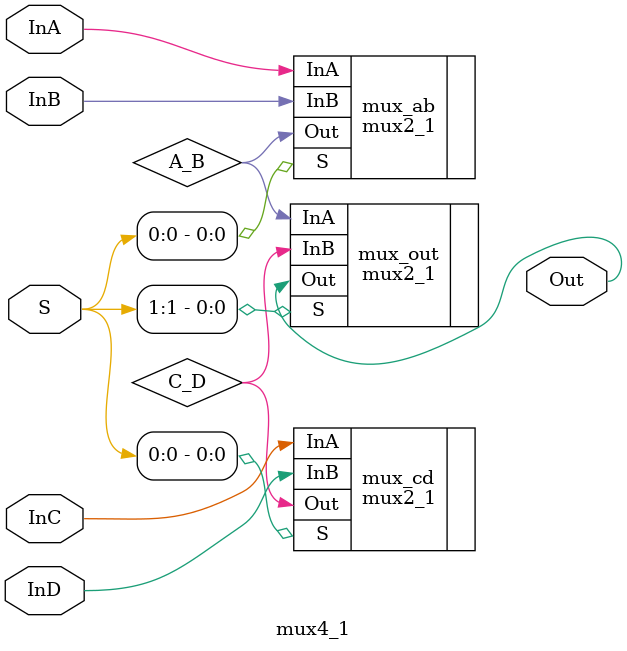
<source format=v>
/*
    CS/ECE 552 Spring '19
    Homework #3, Problem 1

    4-1 mux template
*/
module mux4_1(InA, InB, InC, InD, S, Out);
    input        InA, InB, InC, InD;
    input [1:0]  S;
    output       Out;

    // YOUR CODE HERE
    wire A_B, C_D;

    mux2_1 mux_ab (.Out(A_B), .InA(InA), .InB(InB), .S(S[0]));
    mux2_1 mux_cd (.Out(C_D), .InA(InC), .InB(InD), .S(S[0]));

    mux2_1 mux_out (.Out(Out), .InA(A_B), .InB(C_D), .S(S[1]));

endmodule

</source>
